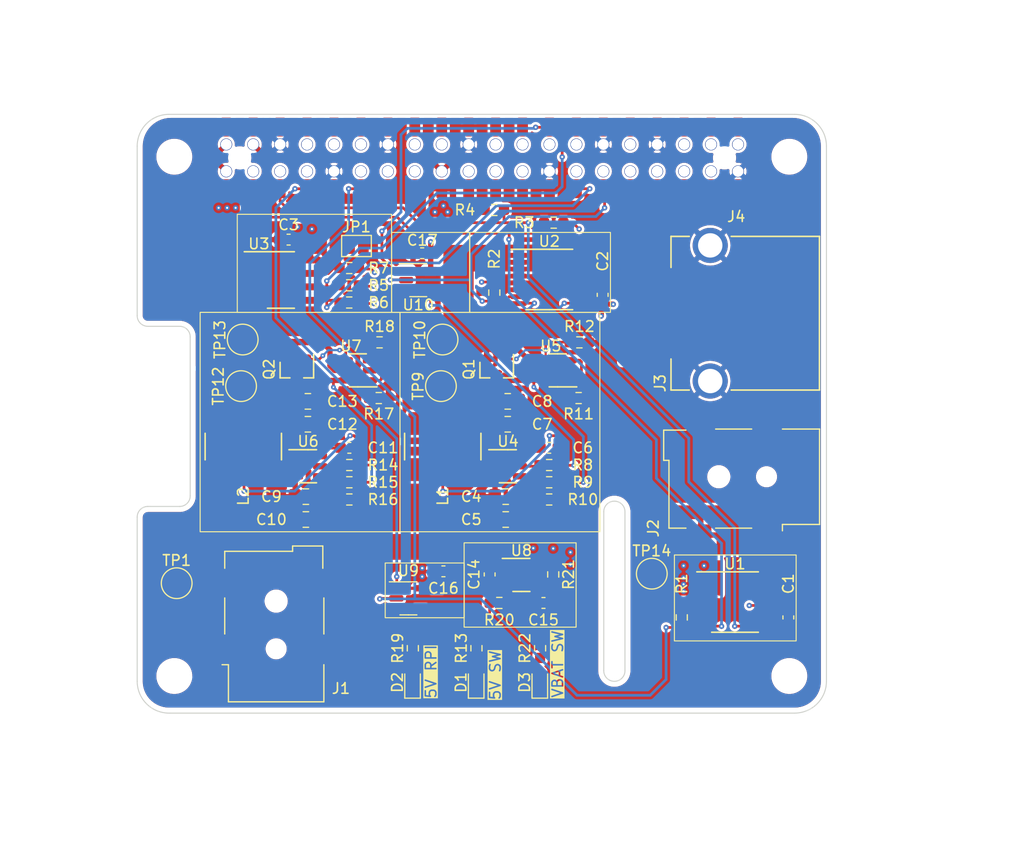
<source format=kicad_pcb>
(kicad_pcb (version 20240108) (generator "pcbnew") (generator_version "8.0")
  (layers (0 "F.Cu" signal) (1 "In1.Cu" signal) (2 "In2.Cu" signal) (31 "B.Cu" signal) (34 "B.Paste" user) (35 "F.Paste" user) (36 "B.SilkS" user "B.Silkscreen") (37 "F.SilkS" user "F.Silkscreen") (38 "B.Mask" user) (39 "F.Mask" user) (44 "Edge.Cuts" user))
  (net 0 "")
  (net 1 "GND")
  (net 2 "/+3V3")
  (net 3 "/+VBAT")
  (net 4 "Net-(U4-SW)")
  (net 5 "Net-(U4-VBST)")
  (net 6 "Net-(Q1-D)")
  (net 7 "Net-(U6-VBST)")
  (net 8 "Net-(U6-SW)")
  (net 9 "Net-(Q2-D)")
  (net 10 "Net-(U8-CT)")
  (net 11 "Net-(D1-A)")
  (net 12 "Net-(D2-A)")
  (net 13 "Net-(D3-A)")
  (net 14 "/current_sensor_VBAT/+VCC_OUT")
  (net 15 "/current_sensor_5V/+VCC_OUT")
  (net 18 "/rpi/SCLK_SPI0{slash}GPIO11")
  (net 19 "/rpi/GPIO22{slash}SDIO_CLK")
  (net 20 "/rpi/GPCLK2{slash}GPIO06")
  (net 21 "/INA_SDA")
  (net 22 "/rpi/GPIO13{slash}PWM1")
  (net 23 "/rpi/GPIO23{slash}SDIO_CMD")
  (net 24 "/rpi/GPIO18{slash}SPI1_CE0")
  (net 25 "/rpi/ENA_VBAT_SW")
  (net 26 "/rpi/INA_VBAT_ALERT")
  (net 27 "/rpi/CE0_SPI0{slash}GPIO08")
  (net 28 "/rpi/GPIO26{slash}SDIO_DAT2")
  (net 29 "/rpi/GPIO14{slash}UART_TXD")
  (net 30 "/rpi/ID_SC_I2C0")
  (net 31 "/rpi/GPIO18{slash}SPI1_CE0_1")
  (net 32 "/rpi/GPIO14{slash}UART_TXD_1")
  (net 33 "/rpi/INA_5V_ALERT")
  (net 34 "/rpi/GPIO24{slash}SDIO_DAT0")
  (net 35 "/rpi/ENA_5V_SW")
  (net 36 "/rpi/GPIO16{slash}SP1_CE2")
  (net 37 "/rpi/GPCLK2{slash}GPIO06_1")
  (net 38 "/rpi/GPIO19{slash}SPI1_MISO")
  (net 39 "/rpi/GPIO16{slash}SP1_CE2_1")
  (net 40 "/rpi/GPIO12{slash}PWM0")
  (net 41 "/rpi/MOSI_SPI0{slash}GPIO10")
  (net 42 "/rpi/GPIO23{slash}SDIO_CMD_1")
  (net 43 "/rpi/GPIO19{slash}SPI1_MISO_1")
  (net 44 "/rpi/GPIO27{slash}SDIO_DAT3")
  (net 45 "/rpi/+5V_RPI")
  (net 46 "/rpi/ID_SD_I2C0")
  (net 47 "/rpi/GPIO24{slash}SDIO_DAT0_1")
  (net 48 "/rpi/GPIO25{slash}SDIO_DAT1")
  (net 49 "/rpi/MOSI_SPI0{slash}GPIO10_1")
  (net 50 "/rpi/GPIO15{slash}UART_RXD")
  (net 51 "/rpi/GPIO20{slash}SPI1_MOSI")
  (net 52 "/rpi/GPIO26{slash}SDIO_DAT2_1")
  (net 53 "/rpi/GPIO21{slash}SPI1_CLK")
  (net 54 "/rpi/GPIO20{slash}SPI1_MOSI_1")
  (net 55 "/rpi/MISO_SPI0{slash}GPIO09")
  (net 56 "/rpi/GPIO27{slash}SDIO_DAT3_1")
  (net 57 "/rpi/GPIO15{slash}UART_RXD_1")
  (net 58 "/INA_SCL")
  (net 59 "/rpi/SCLK_SPI0{slash}GPIO11_1")
  (net 60 "/rpi/CE0_SPI0{slash}GPIO08_1")
  (net 61 "/rpi/GPIO25{slash}SDIO_DAT1_1")
  (net 62 "/rpi/GPIO22{slash}SDIO_CLK_1")
  (net 63 "/rpi/MISO_SPI0{slash}GPIO09_1")
  (net 64 "/rpi/GPIO13{slash}PWM1_1")
  (net 65 "/rpi/GPIO21{slash}SPI1_CLK_1")
  (net 66 "/rpi/GPIO12{slash}PWM0_1")
  (net 67 "Net-(Q1-G)")
  (net 68 "/current_sensor_5V/+VCC_IN")
  (net 69 "Net-(Q2-G)")
  (net 70 "/and_5v/Y")
  (net 71 "Net-(U4-EN)")
  (net 72 "Net-(U4-VFB)")
  (net 73 "Net-(U5-B1)")
  (net 74 "Net-(U6-EN)")
  (net 75 "Net-(U6-VFB)")
  (net 76 "Net-(U7-B1)")
  (net 77 "Net-(U8-EN{slash}UVLO)")
  (net 78 "/and_vbat/Y")
  (net 79 "Net-(U8-QOD)")
  (net 80 "/current_sensor_VBAT/+VCC_IN")
  (net 83 "Net-(JP1-B)")
  (footprint "Resistor_SMD:R_0603_1608Metric_Pad0.98x0.95mm_HandSolder" (layer "F.Cu") (at 165.74828 104.534121 180)
    (property "Reference" "R9")
    (property "Value" "54.9 kΩ")
  )
  (footprint "Resistor_SMD:R_0603_1608Metric_Pad0.98x0.95mm_HandSolder" (layer "F.Cu") (at 160.574279 78.838321)
    (property "Reference" "R4")
    (property "Value" "1.8 kΩ")
  )
  (footprint "TestPoint:TestPoint_Pad_D2.5mm" (layer "F.Cu") (at 130.619079 114.059121)
    (property "Reference" "TP1")
    (property "Value" "TestPoint")
  )
  (footprint "Capacitor_SMD:C_0805_2012Metric_Pad1.18x1.45mm_HandSolder" (layer "F.Cu") (at 161.648559 105.8892)
    (property "Reference" "C4")
    (property "Value" "22 uF")
  )
  (footprint "Resistor_SMD:R_0603_1608Metric_Pad0.98x0.95mm_HandSolder" (layer "F.Cu") (at 152.889279 120.196521 -90)
    (property "Reference" "R19")
    (property "Value" "560 Ω")
  )
  (footprint "Resistor_SMD:R_0603_1608Metric_Pad0.98x0.95mm_HandSolder" (layer "F.Cu") (at 146.892179 87.572094 180)
    (property "Reference" "R6")
    (property "Value" "3.9 kΩ")
  )
  (footprint "LED_SMD:LED_0603_1608Metric" (layer "F.Cu") (at 152.863879 123.422321 90)
    (property "Reference" "D2")
    (property "Value" "LED")
  )
  (footprint "Resistor_SMD:R_0603_1608Metric_Pad0.98x0.95mm_HandSolder" (layer "F.Cu") (at 178.252079 117.287121 90)
    (property "Reference" "R1")
    (property "Value" "10 kΩ")
  )
  (footprint "Capacitor_SMD:C_0805_2012Metric_Pad1.18x1.45mm_HandSolder" (layer "F.Cu") (at 161.648559 108.0482)
    (property "Reference" "C5")
    (property "Value" "22 uF")
  )
  (footprint "Resistor_SMD:R_0603_1608Metric_Pad0.98x0.95mm_HandSolder" (layer "F.Cu") (at 165.74828 106.159721)
    (property "Reference" "R10")
    (property "Value" "10 kΩ")
  )
  (footprint "Resistor_SMD:R_0603_1608Metric_Pad0.98x0.95mm_HandSolder" (layer "F.Cu") (at 149.752079 91.332921 180)
    (property "Reference" "R18")
    (property "Value" "47 kΩ")
  )
  (footprint "rpi_power_warden_hat:L_6045_6x6x4mm" (layer "F.Cu") (at 136.901479 101.164921 90)
    (property "Reference" "L2")
    (property "Value" "4.7 uH")
  )
  (footprint "rpi_power_warden_hat:SOT-23" (layer "F.Cu") (at 141.951479 93.922521 -90)
    (property "Reference" "Q2")
    (property "Value" "DMG2305UX-7")
  )
  (footprint "TestPoint:TestPoint_Pad_D2.5mm" (layer "F.Cu") (at 155.53848 95.460721 90)
    (property "Reference" "TP9")
    (property "Value" "TestPoint")
  )
  (footprint "Resistor_SMD:R_0603_1608Metric_Pad0.98x0.95mm_HandSolder" (layer "F.Cu") (at 168.52408 96.589121 180)
    (property "Reference" "R11")
    (property "Value" "10 kΩ")
  )
  (footprint "rpi_power_warden_hat:TENSILITY_54-00164" (layer "F.Cu") (at 183.995079 104.014321 90)
    (property "Reference" "J2")
    (property "Value" "54-00164")
  )
  (footprint "rpi_power_warden_hat:SOT-23-6" (layer "F.Cu") (at 161.851759 103.0224)
    (property "Reference" "U4")
    (property "Value" "TPS563200")
  )
  (footprint "Resistor_SMD:R_0603_1608Metric_Pad0.98x0.95mm_HandSolder" (layer "F.Cu") (at 161.046379 115.922721)
    (property "Reference" "R20")
    (property "Value" "0 Ω")
  )
  (footprint "Resistor_SMD:R_0603_1608Metric_Pad0.98x0.95mm_HandSolder" (layer "F.Cu") (at 168.59868 91.332921 180)
    (property "Reference" "R12")
    (property "Value" "47 kΩ")
  )
  (footprint "Capacitor_SMD:C_0805_2012Metric_Pad1.18x1.45mm_HandSolder" (layer "F.Cu") (at 142.992879 99.060521)
    (property "Reference" "C12")
    (property "Value" "22 uF")
  )
  (footprint "rpi_power_warden_hat:TENSILITY_54-00003" (layer "F.Cu") (at 180.936479 88.582921 90)
    (property "Reference" "J3")
    (property "Value" "54-00003")
  )
  (footprint "Resistor_SMD:R_0603_1608Metric_Pad0.98x0.95mm_HandSolder" (layer "F.Cu") (at 160.574279 86.638321 90)
    (property "Reference" "R2")
    (property "Value" "10 kΩ")
  )
  (footprint "rpi_power_warden_hat:SOT-23-6" (layer "F.Cu") (at 143.005158 103.0224)
    (property "Reference" "U6")
    (property "Value" "TPS563200")
  )
  (footprint "rpi_power_warden_hat:SOT-23-6" (layer "F.Cu") (at 163.1294 113.281121)
    (property "Reference" "U8")
    (property "Value" "TPS22810DBVR")
  )
  (footprint "Capacitor_SMD:C_0603_1608Metric_Pad1.08x0.95mm_HandSolder" (layer "F.Cu") (at 165.74828 101.282921)
    (property "Reference" "C6")
    (property "Value" "100 nF")
  )
  (footprint "Capacitor_SMD:C_0603_1608Metric_Pad1.08x0.95mm_HandSolder" (layer "F.Cu") (at 146.901679 101.282921)
    (property "Reference" "C11")
    (property "Value" "100 nF")
  )
  (footprint "Resistor_SMD:R_0603_1608Metric_Pad0.98x0.95mm_HandSolder" (layer "F.Cu") (at 165.74828 102.908521 180)
    (property "Reference" "R8")
    (property "Value" "0 Ω")
  )
  (footprint "Capacitor_SMD:C_0603_1608Metric_Pad1.08x0.95mm_HandSolder" (layer "F.Cu") (at 165.2094 115.922721)
    (property "Reference" "C15")
    (property "Value" "4700 pF")
  )
  (footprint "Capacitor_SMD:C_0805_2012Metric_Pad1.18x1.45mm_HandSolder" (layer "F.Cu") (at 142.992879 96.900921)
    (property "Reference" "C13")
    (property "Value" "22 uF")
  )
  (footprint "TestPoint:TestPoint_Pad_D2.5mm" (layer "F.Cu") (at 155.69088 91.066521 90)
    (property "Reference" "TP10")
    (property "Value" "TestPoint")
  )
  (footprint "TestPoint:TestPoint_Pad_D2.5mm" (layer "F.Cu") (at 175.424679 113.160721)
    (property "Reference" "TP14")
    (property "Value" "TestPoint")
  )
  (footprint "LED_SMD:LED_0603_1608Metric" (layer "F.Cu") (at 164.863879 123.422321 90)
    (property "Reference" "D3")
    (property "Value" "LED")
  )
  (footprint "rpi_power_warden_hat:L_6045_6x6x4mm" (layer "F.Cu") (at 155.711759 101.164921 90)
    (property "Reference" "L1")
    (property "Value" "4.7 uH")
  )
  (footprint "Resistor_SMD:R_0603_1608Metric_Pad0.98x0.95mm_HandSolder" (layer "F.Cu") (at 166.174279 80.038321 180)
    (property "Reference" "R3")
    (property "Value" "1.8 kΩ")
  )
  (footprint "Jumper:SolderJumper-2_P1.3mm_Open_Pad1.0x1.5mm" (layer "F.Cu") (at 147.574279 82.238321 180)
    (property "Reference" "JP1")
    (property "Value" "SolderJumper_2_Open")
  )
  (footprint "Resistor_SMD:R_0603_1608Metric_Pad0.98x0.95mm_HandSolder" (layer "F.Cu") (at 166.1294 113.231121 90)
    (property "Reference" "R21")
    (property "Value" "160 Ω")
  )
  (footprint "TestPoint:TestPoint_Pad_D2.5mm" (layer "F.Cu") (at 136.844279 91.066521 90)
    (property "Reference" "TP13")
    (property "Value" "TestPoint")
  )
  (footprint "LED_SMD:LED_0603_1608Metric" (layer "F.Cu") (at 158.863879 123.422321 90)
    (property "Reference" "D1")
    (property "Value" "LED")
  )
  (footprint "rpi_power_warden_hat:rpi_hat_smt" (layer "F.Cu") (at 159.395599 73.817001)
    (property "Reference" "J4")
    (property "Value" "Raspberry Pi SMT connector")
    (fp_line (start -32.5 -1) (end -32.5 15) (stroke (width 0.1)) (layer "Edge.Cuts"))
    (fp_line (start -32.5 34) (end -32.5 49.5) (stroke (width 0.1)) (layer "Edge.Cuts"))
    (fp_line (start -31.5 16) (end -28.5 16) (stroke (width 0.1)) (layer "Edge.Cuts"))
    (fp_line (start -31.5 33) (end -28.5 33) (stroke (width 0.1)) (layer "Edge.Cuts"))
    (fp_line (start -29.5 -4) (end 29.5 -4) (stroke (width 0.1)) (layer "Edge.Cuts"))
    (fp_line (start -29.5 52.5) (end 29.5 52.5) (stroke (width 0.1)) (layer "Edge.Cuts"))
    (fp_line (start -27.5 17) (end -27.5 32) (stroke (width 0.1)) (layer "Edge.Cuts"))
    (fp_line (start 11.5 48.5) (end 11.5 33.5) (stroke (width 0.1)) (layer "Edge.Cuts"))
    (fp_line (start 13.5 48.5) (end 13.5 33.5) (stroke (width 0.1)) (layer "Edge.Cuts"))
    (fp_line (start 32.5 -1) (end 32.5 49.5) (stroke (width 0.1)) (layer "Edge.Cuts"))
    (fp_arc (start -32.5 -1) (mid -31.62132 -3.12132) (end -29.5 -4) (stroke (width 0.1)) (layer "Edge.Cuts"))
    (fp_arc (start -32.5 34) (mid -32.207107 33.292893) (end -31.5 33) (stroke (width 0.1)) (layer "Edge.Cuts"))
    (fp_arc (start -31.5 16) (mid -32.207107 15.707107) (end -32.5 15) (stroke (width 0.1)) (layer "Edge.Cuts"))
    (fp_arc (start -29.5 52.5) (mid -31.62132 51.62132) (end -32.5 49.5) (stroke (width 0.1)) (layer "Edge.Cuts"))
    (fp_arc (start -28.5 16) (mid -27.792893 16.292893) (end -27.5 17) (stroke (width 0.1)) (layer "Edge.Cuts"))
    (fp_arc (start -27.5 32) (mid -27.792893 32.707107) (end -28.5 33) (stroke (width 0.1)) (layer "Edge.Cuts"))
    (fp_arc (start 11.5 33.5) (mid 12.5 32.5) (end 13.5 33.5) (stroke (width 0.1)) (layer "Edge.Cuts"))
    (fp_arc (start 13.5 48.5) (mid 12.5 49.5) (end 11.5 48.5) (stroke (width 0.1)) (layer "Edge.Cuts"))
    (fp_arc (start 29.5 -4) (mid 31.62132 -3.12132) (end 32.5 -1) (stroke (width 0.1)) (layer "Edge.Cuts"))
    (fp_arc (start 32.5 49.5) (mid 31.62132 51.62132) (end 29.5 52.5) (stroke (width 0.1)) (layer "Edge.Cuts"))
  )
  (footprint "Capacitor_SMD:C_0603_1608Metric_Pad1.08x0.95mm_HandSolder" (layer "F.Cu") (at 170.79108 86.849721 90)
    (property "Reference" "C2")
    (property "Value" "100 nF")
  )
  (footprint "rpi_power_warden_hat:SOT-23-6" (layer "F.Cu") (at 147.701279 93.973321 180)
    (property "Reference" "U7")
    (property "Value" "DMMT5401-7-F")
  )
  (footprint "Resistor_SMD:R_0603_1608Metric_Pad0.98x0.95mm_HandSolder" (layer "F.Cu") (at 164.889279 120.196521 -90)
    (property "Reference" "R22")
    (property "Value" "430 Ω")
  )
  (footprint "Resistor_SMD:R_0603_1608Metric_Pad0.98x0.95mm_HandSolder" (layer "F.Cu") (at 146.901679 106.159721)
    (property "Reference" "R16")
    (property "Value" "10 kΩ")
  )
  (footprint "Resistor_SMD:R_0603_1608Metric_Pad0.98x0.95mm_HandSolder" (layer "F.Cu") (at 158.889279 120.196521 -90)
    (property "Reference" "R13")
    (property "Value" "560 Ω")
  )
  (footprint "Capacitor_SMD:C_0805_2012Metric_Pad1.18x1.45mm_HandSolder" (layer "F.Cu") (at 161.83948 99.060521)
    (property "Reference" "C7")
    (property "Value" "22 uF")
  )
  (footprint "Capacitor_SMD:C_0805_2012Metric_Pad1.18x1.45mm_HandSolder" (layer "F.Cu") (at 161.83948 96.900921)
    (property "Reference" "C8")
    (property "Value" "22 uF")
  )
  (footprint "Capacitor_SMD:C_0603_1608Metric_Pad1.08x0.95mm_HandSolder" (layer "F.Cu") (at 155.774279 112.938321 180)
    (property "Reference" "C16")
    (property "Value" "100 nF")
  )
  (footprint "Resistor_SMD:R_0603_1608Metric_Pad0.98x0.95mm_HandSolder" (layer "F.Cu") (at 146.901679 104.534121 180)
    (property "Reference" "R15")
    (property "Value" "54.9 kΩ")
  )
  (footprint "Capacitor_SMD:C_0603_1608Metric_Pad1.08x0.95mm_HandSolder" (layer "F.Cu") (at 141.174279 81.638321 180)
    (property "Reference" "C3")
    (property "Value" "100 nF")
  )
  (footprint "rpi_power_warden_hat:SOIC-8" (layer "F.Cu") (at 140.448079 85.446494 -90)
    (property "Reference" "U3")
    (property "Value" "CAT24C32WI-GT3" (hide yes))
  )
  (footprint "Resistor_SMD:R_0603_1608Metric_Pad0.98x0.95mm_HandSolder" (layer "F.Cu") (at 146.892179 85.946094 180)
    (property "Reference" "R5")
    (property "Value" "3.9 kΩ")
  )
  (footprint "Capacitor_SMD:C_0603_1608Metric_Pad1.08x0.95mm_HandSolder" (layer "F.Cu") (at 160.133879 113.231121 -90)
    (property "Reference" "C14")
    (property "Value" "1 uF")
  )
  (footprint "Resistor_SMD:R_0603_1608Metric_Pad0.98x0.95mm_HandSolder" (layer "F.Cu") (at 146.901679 102.908521 180)
    (property "Reference" "R14")
    (property "Value" "0 Ω")
  )
  (footprint "Resistor_SMD:R_0603_1608Metric_Pad0.98x0.95mm_HandSolder" (layer "F.Cu") (at 149.677479 96.589121 180)
    (property "Reference" "R17")
    (property "Value" "10 kΩ")
  )
  (footprint "rpi_power_warden_hat:TENSILITY_54-00164" (layer "F.Cu") (at 140 118)
    (property "Reference" "J1")
    (property "Value" "54-00164")
  )
  (footprint "rpi_power_warden_hat:SOT-23-5" (layer "F.Cu") (at 153.400479 85.458721)
    (property "Reference" "U10")
    (property "Value" "SN74AHC1G08DBVR")
  )
  (footprint "Capacitor_SMD:C_0603_1608Metric_Pad1.08x0.95mm_HandSolder" (layer "F.Cu") (at 188.303879 117.287121 90)
    (property "Reference" "C1")
    (property "Value" "100 nF")
  )
  (footprint "Capacitor_SMD:C_0805_2012Metric_Pad1.18x1.45mm_HandSolder" (layer "F.Cu") (at 142.801958 105.8892)
    (property "Reference" "C9")
    (property "Value" "22 uF")
  )
  (footprint "Capacitor_SMD:C_0603_1608Metric_Pad1.08x0.95mm_HandSolder" (layer "F.Cu") (at 153.771458 82.924194)
    (property "Reference" "C17")
    (property "Value" "100 nF")
  )
  (footprint "rpi_power_warden_hat:TSSOP-16_4.4x5mm_P0.65mm" (layer "F.Cu") (at 183.273279 115.837121)
    (property "Reference" "U1")
    (property "Value" "INA260")
  )
  (footprint "rpi_power_warden_hat:SOT-23-6" (layer "F.Cu") (at 166.54788 93.973321 180)
    (property "Reference" "U5")
    (property "Value" "DMMT5401-7-F")
  )
  (footprint "rpi_power_warden_hat:SOT-23-5" (layer "F.Cu") (at 152.470906 115.488275)
    (property "Reference" "U9")
    (property "Value" "SN74AHC1G08DBVR")
  )
  (footprint "Capacitor_SMD:C_0805_2012Metric_Pad1.18x1.45mm_HandSolder" (layer "F.Cu") (at 142.801958 108.0482)
    (property "Reference" "C10")
    (property "Value" "22 uF")
  )
  (footprint "TestPoint:TestPoint_Pad_D2.5mm" (layer "F.Cu") (at 136.691879 95.460721 90)
    (property "Reference" "TP12")
    (property "Value" "TestPoint")
  )
  (footprint "rpi_power_warden_hat:TSSOP-16_4.4x5mm_P0.65mm" (layer "F.Cu") (at 165.76048 85.399721)
    (property "Reference" "U2")
    (property "Value" "INA260")
  )
  (footprint "Resistor_SMD:R_0603_1608Metric_Pad0.98x0.95mm_HandSolder" (layer "F.Cu") (at 146.892179 84.320094 180)
    (property "Reference" "R7")
    (property "Value" "1 kΩ")
  )
  (footprint "rpi_power_warden_hat:SOT-23" (layer "F.Cu") (at 160.79808 93.922521 -90)
    (property "Reference" "Q1")
    (property "Value" "DMG2305UX-7")
  )
  (gr_rect (start 132.832678 88.501121) (end 151.679479 109.203921) (stroke (width 0.1)) (fill none) (layer "F.SilkS"))
  (gr_rect (start 158.24548 80.957321) (end 171.52628 88.501121) (stroke (width 0.1)) (fill none) (layer "F.SilkS"))
  (gr_rect (start 136.333279 79.248894) (end 150.879479 88.501121) (stroke (width 0.1)) (fill none) (layer "F.SilkS"))
  (gr_rect (start 150.285306 112.150996) (end 157.727506 117.316948) (stroke (width 0.1)) (fill none) (layer "F.SilkS"))
  (gr_rect (start 177.558279 111.3948) (end 189.039079 119.504027) (stroke (width 0.1)) (fill none) (layer "F.SilkS"))
  (gr_rect (start 151.679479 88.501121) (end 170.52628 109.203921) (stroke (width 0.1)) (fill none) (layer "F.SilkS"))
  (gr_rect (start 157.727506 110.249121) (end 168.287279 118.205948) (stroke (width 0.1)) (fill none) (layer "F.SilkS"))
  (gr_rect (start 150.891279 80.957321) (end 158.257279 88.501121) (stroke (width 0.1)) (fill none) (layer "F.SilkS"))
  (gr_text "5V RPI" (at 155.195079 125.022521 90) (layer "F.SilkS" knockout) (effects (font (size 1 1)) (justify left bottom)))
  (gr_text "5V SW" (at 161.251479 125.174921 90) (layer "F.SilkS" knockout) (effects (font (size 1 1)) (justify left bottom)))
  (gr_text "VBAT SW" (at 167.138679 124.946321 90) (layer "F.SilkS" knockout) (effects (font (size 1 1)) (justify left bottom)))
  (segment (start 170.665186 87.726338) (end 171.774485 87.726338) (width 0.5) (layer "F.Cu") (net 2))
  (segment (start 156.774279 79.038321) (end 156.974279 78.838321) (width 0.254) (layer "F.Cu") (net 2))
  (segment (start 147.912452 84.412321) (end 148.963825 84.412321) (width 0.254) (layer "F.Cu") (net 2))
  (segment (start 147.896906 86.038321) (end 147.804679 85.946094) (width 0.254) (layer "F.Cu") (net 2))
  (segment (start 170.661779 87.725821) (end 170.661779 88.83512) (width 0.5) (layer "F.Cu") (net 2))
  (segment (start 147.912452 87.664321) (end 149.215825 87.664321) (width 0.254) (layer "F.Cu") (net 2))
  (segment (start 178.252079 116.374621) (end 178.464579 116.162121) (width 0.254) (layer "F.Cu") (net 2))
  (segment (start 154.574279 84.503028) (end 154.574279 83.173614) (width 0.5) (layer "F.Cu") (net 2))
  (segment (start 178.464579 116.162121) (end 180.373279 116.162121) (width 0.254) (layer "F.Cu") (net 2))
  (segment (start 154.57949 82.998346) (end 154.57949 81.959799) (width 0.5) (layer "F.Cu") (net 2))
  (segment (start 169.974279 87.038321) (end 170.661779 87.725821) (width 0.4) (layer "F.Cu") (net 2))
  (segment (start 167.974279 80.038321) (end 167.086779 80.038321) (width 0.254) (layer "F.Cu") (net 2))
  (segment (start 159.374279 85.638321) (end 160.51778 85.638321) (width 0.254) (layer "F.Cu") (net 2))
  (segment (start 168.531179 87.038321) (end 169.974279 87.038321) (width 0.4) (layer "F.Cu") (net 2))
  (segment (start 156.174279 79.038321) (end 156.774279 79.038321) (width 0.254) (layer "F.Cu") (net 2))
  (segment (start 149.174279 86.038321) (end 147.896906 86.038321) (width 0.254) (layer "F.Cu") (net 2))
  (segment (start 160.34078 86.035721) (end 160.43928 85.937221) (width 0.254) (layer "F.Cu") (net 2))
  (segment (start 156.974279 78.838321) (end 159.661779 78.838321) (width 0.254) (layer "F.Cu") (net 2))
  (segment (start 168.574279 80.638321) (end 167.974279 80.038321) (width 0.254) (layer "F.Cu") (net 2))
  (segment (start 148.963825 84.412321) (end 149.282052 84.730548) (width 0.254) (layer "F.Cu") (net 2))
  (via (at 171.791286 87.743139) (size 0.5) (drill 0.2) (layers "F.Cu" "B.Cu") (net 2))
  (via (at 143.374279 80.638321) (size 0.5) (drill 0.2) (layers "F.Cu" "B.Cu") (net 2))
  (via (at 149.174279 86.038321) (size 0.5) (drill 0.2) (layers "F.Cu" "B.Cu") (net 2))
  (via (at 168.574279 80.638321) (size 0.5) (drill 0.2) (layers "F.Cu" "B.Cu") (net 2))
  (via (at 154.974279 79.038321) (size 0.5) (drill 0.2) (layers "F.Cu" "B.Cu") (net 2))
  (via (at 170.644978 88.851921) (size 0.5) (drill 0.2) (layers "F.Cu" "B.Cu") (net 2))
  (via (at 153.774279 112.638321) (size 0.5) (drill 0.2) (layers "F.Cu" "B.Cu") (net 2))
  (via (at 149.215825 87.664321) (size 0.5) (drill 0.2) (layers "F.Cu" "B.Cu") (net 2))
  (via (at 134.574279 78.638321) (size 0.5) (drill 0.2) (layers "F.Cu" "B.Cu") (net 2))
  (via (at 136.174279 78.638321) (size 0.5) (drill 0.2) (layers "F.Cu" "B.Cu") (net 2))
  (via (at 154.574279 81.838321) (size 0.5) (drill 0.2) (layers "F.Cu" "B.Cu") (net 2))
  (via (at 155.774279 78.438321) (size 0.5) (drill 0.2) (layers "F.Cu" "B.Cu") (net 2))
  (via (at 156.174279 79.038321) (size 0.5) (drill 0.2) (layers "F.Cu" "B.Cu") (net 2))
  (via (at 153.774279 112.638321) (size 0.5) (drill 0.2) (layers "F.Cu" "B.Cu") (net 2))
  (via (at 135.374279 78.638321) (size 0.5) (drill 0.2) (layers "F.Cu" "B.Cu") (net 2))
  (via (at 142.022585 80.448087) (size 0.5) (drill 0.2) (layers "F.Cu" "B.Cu") (net 2))
  (via (at 153.774279 113.438321) (size 0.5) (drill 0.2) (layers "F.Cu" "B.Cu") (net 2))
  (via (at 149.282052 84.730548) (size 0.5) (drill 0.2) (layers "F.Cu" "B.Cu") (net 2))
  (via (at 159.374279 85.638321) (size 0.5) (drill 0.2) (layers "F.Cu" "B.Cu") (net 2))
  (segment (start 141.870158 103.9724) (end 141.795079 104.047479) (width 0.5) (layer "F.Cu") (net 3))
  (segment (start 147.814179 102.908521) (end 149.344479 102.908521) (width 0.254) (layer "F.Cu") (net 3))
  (segment (start 141.795079 104.047479) (end 141.795079 105.558579) (width 0.5) (layer "F.Cu") (net 3))
  (segment (start 149.874279 103.438321) (end 149.874279 110.038321) (width 0.254) (layer "F.Cu") (net 3))
  (segment (start 141.795079 105.558579) (end 141.464458 105.8892) (width 0.5) (layer "F.Cu") (net 3))
  (segment (start 149.344479 102.908521) (end 149.874279 103.438321) (width 0.254) (layer "F.Cu") (net 3))
  (segment (start 160.311059 104.0781) (end 160.416759 103.9724) (width 0.254) (layer "F.Cu") (net 3))
  (segment (start 160.641879 105.973071) (end 160.641879 104.161971) (width 0.5) (layer "F.Cu") (net 3))
  (segment (start 160.568637 103.035521) (end 155.917479 103.035521) (width 0.5) (layer "F.Cu") (net 4))
  (segment (start 166.585479 101.336171) (end 166.585479 100.438321) (width 0.254) (layer "F.Cu") (net 4))
  (segment (start 166.289529 100.142371) (end 166.585479 100.438321) (width 0.254) (layer "F.Cu") (net 4))
  (segment (start 155.714279 105.360721) (end 155.714279 103.441921) (width 0.254) (layer "F.Cu") (net 4))
  (segment (start 165.774279 100.142371) (end 166.289529 100.142371) (width 0.254) (layer "F.Cu") (net 4))
  (via (at 155.726279 105.372721) (size 0.5) (drill 0.2) (layers "F.Cu" "B.Cu") (net 4))
  (via (at 165.774279 100.142371) (size 0.5) (drill 0.2) (layers "F.Cu" "B.Cu") (net 4))
  (segment (start 161.403479 105.372721) (end 155.624679 105.372721) (width 0.254) (layer "B.Cu") (net 4))
  (segment (start 165.774279 101.001921) (end 161.403479 105.372721) (width 0.254) (layer "B.Cu") (net 4))
  (segment (start 165.774279 100.142371) (end 165.774279 101.001921) (width 0.254) (layer "B.Cu") (net 4))
  (segment (start 162.686759 102.0724) (end 162.686759 101.524041) (width 0.254) (layer "F.Cu") (net 5))
  (segment (start 162.686759 101.524041) (end 162.927879 101.282921) (width 0.254) (layer "F.Cu") (net 5))
  (segment (start 162.927879 101.282921) (end 164.58578 101.282921) (width 0.254) (layer "F.Cu") (net 5))
  (segment (start 164.349479 94.907521) (end 161.255479 94.907521) (width 0.5) (layer "F.Cu") (net 6))
  (segment (start 168.973079 104.559521) (end 166.382279 104.559521) (width 0.254) (layer "F.Cu") (net 6))
  (segment (start 165.569479 94.907521) (end 164.349479 94.907521) (width 0.5) (layer "F.Cu") (net 6))
  (segment (start 164.299479 95.552121) (end 164.299479 94.958321) (width 0.254) (layer "F.Cu") (net 6))
  (via (at 168.973079 104.559521) (size 0.45) (drill 0.15) (layers "F.Cu" "B.Cu") (net 6))
  (via (at 164.299479 95.552121) (size 0.45) (drill 0.15) (layers "F.Cu" "B.Cu") (net 6))
  (segment (start 168.973079 104.559521) (end 168.973079 100.225721) (width 0.254) (layer "B.Cu") (net 6))
  (segment (start 168.973079 100.225721) (end 164.299479 95.552121) (width 0.254) (layer "B.Cu") (net 6))
  (segment (start 144.140158 102.0724) (end 144.140158 101.498442) (width 0.254) (layer "F.Cu") (net 7))
  (segment (start 144.330279 101.308321) (end 146.013779 101.308321) (width 0.254) (layer "F.Cu") (net 7))
  (segment (start 144.140158 101.498442) (end 144.330279 101.308321) (width 0.254) (layer "F.Cu") (net 7))
  (segment (start 146.013779 101.308321) (end 146.039179 101.282921) (width 0.254) (layer "F.Cu") (net 7))
  (segment (start 136.919 103.0224) (end 136.601479 103.339921) (width 0.254) (layer "F.Cu") (net 8))
  (segment (start 147.738679 101.282921) (end 147.738679 100.538321) (width 0.254) (layer "F.Cu") (net 8))
  (segment (start 141.570158 103.0224) (end 136.919 103.0224) (width 0.5) (layer "F.Cu") (net 8))
  (segment (start 147.338679 100.138321) (end 147.738679 100.538321) (width 0.254) (layer "F.Cu") (net 8))
  (segment (start 136.969079 105.360721) (end 136.969079 103.441921) (width 0.254) (layer "F.Cu") (net 8))
  (segment (start 146.974279 100.138321) (end 147.338679 100.138321) (width 0.254) (layer "F.Cu") (net 8))
  (via (at 146.974279 100.138321) (size 0.5) (drill 0.2) (layers "F.Cu" "B.Cu") (net 8))
  (via (at 136.981079 105.372721) (size 0.5) (drill 0.2) (layers "F.Cu" "B.Cu") (net 8))
  (segment (start 141.739879 105.372721) (end 136.981079 105.372721) (width 0.254) (layer "B.Cu") (net 8))
  (segment (start 146.974279 100.138321) (end 141.739879 105.372721) (width 0.254) (layer "B.Cu") (net 8))
  (segment (start 144.995479 94.974121) (end 145.046279 94.923321) (width 0.254) (layer "F.Cu") (net 9))
  (segment (start 147.514179 104.534121) (end 149.008679 104.534121) (width 0.254) (layer "F.Cu") (net 9))
  (segment (start 145.046279 94.923321) (end 141.952279 94.923321) (width 0.5) (layer "F.Cu") (net 9))
  (segment (start 149.008679 104.534121) (end 148.983279 104.559521) (width 0.254) (layer "F.Cu") (net 9))
  (segment (start 141.952279 94.923321) (end 141.951479 94.922521) (width 0.5) (layer "F.Cu") (net 9))
  (segment (start 145.401879 95.567921) (end 145.401879 94.974121) (width 0.254) (layer "F.Cu") (net 9))
  (segment (start 146.266279 94.923321) (end 145.046279 94.923321) (width 0.5) (layer "F.Cu") (net 9))
  (via (at 149.008679 104.534121) (size 0.45) (drill 0.15) (layers "F.Cu" "B.Cu") (net 9))
  (via (at 145.401879 95.567921) (size 0.45) (drill 0.15) (layers "F.Cu" "B.Cu") (net 9))
  (segment (start 149.008679 99.172721) (end 149.008679 104.534121) (width 0.254) (layer "B.Cu") (net 9))
  (segment (start 145.401879 95.567921) (end 145.403879 95.567921) (width 0.254) (layer "B.Cu") (net 9))
  (segment (start 145.403879 95.567921) (end 149.008679 99.172721) (width 0.254) (layer "B.Cu") (net 9))
  (segment (start 164.2644 115.840221) (end 164.3469 115.922721) (width 0.17) (layer "F.Cu") (net 10))
  (segment (start 164.2644 114.231121) (end 164.2644 115.840221) (width 0.254) (layer "F.Cu") (net 10))
  (segment (start 161.974279 81.598586) (end 161.953432 81.619433) (width 0.254) (layer "F.Cu") (net 21))
  (segment (start 164.857017 81.038321) (end 165.015648 80.87969) (width 0.254) (layer "F.Cu") (net 21))
  (segment (start 165.261779 80.633559) (end 165.261779 80.038321) (width 0.254) (layer "F.Cu") (net 21))
  (segment (start 152.945252 81.038321) (end 151.429252 79.522321) (width 0.254) (layer "F.Cu") (net 21))
  (segment (start 161.974279 81.038321) (end 164.857017 81.038321) (width 0.254) (layer "F.Cu") (net 21))
  (segment (start 157.974279 81.038321) (end 152.945252 81.038321) (width 0.254) (layer "F.Cu") (net 21))
  (segment (start 162.802379 87.638321) (end 164.346178 87.638321) (width 0.254) (layer "F.Cu") (net 21))
  (segment (start 180.373279 118.112121) (end 181.992279 118.112121) (width 0.254) (layer "F.Cu") (net 21))
  (segment (start 165.015648 80.87969) (end 165.261779 80.633559) (width 0.254) (layer "F.Cu") (net 21))
  (segment (start 139.058279 79.522321) (end 137.835599 78.299641) (width 0.254) (layer "F.Cu") (net 21))
  (segment (start 151.429252 79.522321) (end 139.058279 79.522321) (width 0.254) (layer "F.Cu") (net 21))
  (segment (start 157.974279 81.038321) (end 161.974279 81.038321) (width 0.254) (layer "F.Cu") (net 21))
  (segment (start 181.992279 118.112121) (end 182.003279 118.123121) (width 0.254) (layer "F.Cu") (net 21))
  (segment (start 161.974279 81.038321) (end 161.974279 81.598586) (width 0.254) (layer "F.Cu") (net 21))
  (segment (start 137.835599 78.299641) (end 137.835599 76.835001) (width 0.254) (layer "F.Cu") (net 21))
  (segment (start 163.410479 87.668521) (end 163.404279 87.674721) (width 0.254) (layer "F.Cu") (net 21))
  (via (at 164.352378 87.632121) (size 0.5) (drill 0.2) (layers "F.Cu" "B.Cu") (net 21))
  (via (at 161.953432 81.619433) (size 0.5) (drill 0.2) (layers "F.Cu" "B.Cu") (net 21))
  (via (at 182.003279 118.123121) (size 0.5) (drill 0.2) (layers "F.Cu" "B.Cu") (net 21))
  (segment (start 161.974279 81.64028) (end 161.974279 86.638321) (width 0.254) (layer "B.Cu") (net 21))
  (segment (start 175.856479 100.520521) (end 175.856479 104.153121) (width 0.254) (layer "B.Cu") (net 21))
  (segment (start 164.352378 87.632121) (end 164.352378 87.660222) (width 0.254) (layer "B.Cu") (net 21))
  (segment (start 182.003279 110.299921) (end 182.003279 118.097721) (width 0.254) (layer "B.Cu") (net 21))
  (segment (start 164.352378 87.660222) (end 163.674279 88.338321) (width 0.254) (layer "B.Cu") (net 21))
  (segment (start 175.856479 104.153121) (end 182.003279 110.299921) (width 0.254) (layer "B.Cu") (net 21))
  (segment (start 161.953432 81.619433) (end 161.974279 81.64028) (width 0.254) (layer "B.Cu") (net 21))
  (segment (start 163.674279 88.338321) (end 175.856479 100.520521) (width 0.254) (layer "B.Cu") (net 21))
  (segment (start 161.974279 86.638321) (end 163.674279 88.338321) (width 0.254) (layer "B.Cu") (net 21))
  (segment (start 151.374279 114.538321) (end 151.374279 113.438321) (width 0.254) (layer "F.Cu") (net 25))
  (segment (start 141.774279 76.838321) (end 142.912279 76.838321) (width 0.254) (layer "F.Cu") (net 25))
  (segment (start 142.912279 76.838321) (end 142.915599 76.835001) (width 0.254) (layer "F.Cu") (net 25))
  (via (at 151.374279 113.438321) (size 0.5) (drill 0.2) (layers "F.Cu" "B.Cu") (net 25))
  (via (at 141.774279 76.838321) (size 0.5) (drill 0.2) (layers "F.Cu" "B.Cu") (net 25))
  (segment (start 151.374279 100.425992) (end 151.374279 113.438321) (width 0.254) (layer "B.Cu") (net 25))
  (segment (start 141.774279 76.838321) (end 139.974279 78.638321) (width 0.254) (layer "B.Cu") (net 25))
  (segment (start 139.974279 89.025992) (end 151.374279 100.425992) (width 0.254) (layer "B.Cu") (net 25))
  (segment (start 139.974279 78.638321) (end 139.974279 89.025992) (width 0.254) (layer "B.Cu") (net 25))
  (segment (start 151.333406 115.488275) (end 149.824325 115.488275) (width 0.254) (layer "F.Cu") (net 26))
  (segment (start 149.824325 115.488275) (end 149.774279 115.538321) (width 0.254) (layer "F.Cu") (net 26))
  (segment (start 178.989579 117.462121) (end 178.252079 118.199621) (width 0.254) (layer "F.Cu") (net 26))
  (segment (start 178.213379 118.238321) (end 178.252079 118.199621) (width 0.254) (layer "F.Cu") (net 26))
  (segment (start 176.774279 118.238321) (end 178.213379 118.238321) (width 0.254) (layer "F.Cu") (net 26))
  (segment (start 180.373279 117.462121) (end 178.989579 117.462121) (width 0.254) (layer "F.Cu") (net 26))
  (segment (start 146.836279 76.838321) (end 147.974279 76.838321) (width 0.254) (layer "F.Cu") (net 26))
  (via (at 146.836279 76.838321) (size 0.5) (drill 0.2) (layers "F.Cu" "B.Cu") (net 26))
  (via (at 176.774279 118.238321) (size 0.5) (drill 0.2) (layers "F.Cu" "B.Cu") (net 26))
  (via (at 149.774279 115.538321) (size 0.5) (drill 0.2) (layers "F.Cu" "B.Cu") (net 26))
  (segment (start 146.836279 76.838321) (end 146.836279 80.218493) (width 0.254) (layer "B.Cu") (net 26))
  (segment (start 154.674279 115.538321) (end 153.074279 115.538321) (width 0.254) (layer "B.Cu") (net 26))
  (segment (start 153.074279 98.372648) (end 143.174279 88.472648) (width 0.254) (layer "B.Cu") (net 26))
  (segment (start 143.174279 88.472648) (end 143.174279 83.880492) (width 0.254) (layer "B.Cu") (net 26))
  (segment (start 175.274279 124.638321) (end 168.374279 124.638321) (width 0.254) (layer "B.Cu") (net 26))
  (segment (start 153.074279 115.538321) (end 149.774279 115.538321) (width 0.254) (layer "B.Cu") (net 26))
  (segment (start 176.774279 123.138321) (end 175.274279 124.638321) (width 0.254) (layer "B.Cu") (net 26))
  (segment (start 154.774279 115.538321) (end 154.674279 115.538321) (width 0.254) (layer "B.Cu") (net 26))
  (segment (start 176.774279 118.238321) (end 176.774279 123.138321) (width 0.254) (layer "B.Cu") (net 26))
  (segment (start 153.074279 115.538321) (end 153.074279 98.372648) (width 0.254) (layer "B.Cu") (net 26))
  (segment (start 146.836279 80.218493) (end 146.695365 80.359407) (width 0.254) (layer "B.Cu") (net 26))
  (segment (start 159.274279 115.538321) (end 154.674279 115.538321) (width 0.254) (layer "B.Cu") (net 26))
  (segment (start 168.374279 124.638321) (end 159.274279 115.538321) (width 0.254) (layer "B.Cu") (net 26))
  (segment (start 143.174279 83.880492) (end 146.695365 80.359407) (width 0.254) (layer "B.Cu") (net 26))
  (segment (start 143.248079 86.096494) (end 145.174279 86.096494) (width 0.254) (layer "F.Cu") (net 30))
  (segment (start 144.774279 86.096494) (end 145.174279 86.096494) (width 0.254) (layer "F.Cu") (net 30))
  (segment (start 145.916106 86.096494) (end 146.066506 85.946094) (width 0.254) (layer "F.Cu") (net 30))
  (segment (start 144.774279 86.096494) (end 144.774279 85.738321) (width 0.254) (layer "F.Cu") (net 30))
  (segment (start 167.206516 71.006084) (end 168.306682 71.006084) (width 0.254) (layer "F.Cu") (net 30))
  (segment (start 145.174279 86.096494) (end 145.916106 86.096494) (width 0.254) (layer "F.Cu") (net 30))
  (segment (start 166.974279 71.238321) (end 167.206516 71.006084) (width 0.254) (layer "F.Cu") (net 30))
  (segment (start 166.974279 73.838321) (end 166.974279 71.238321) (width 0.254) (layer "F.Cu") (net 30))
  (segment (start 168.306682 71.006084) (end 168.315599 71.015001) (width 0.254) (layer "F.Cu") (net 30))
  (via (at 144.774279 85.538321) (size 0.5) (drill 0.2) (layers "F.Cu" "B.Cu") (net 30))
  (via (at 166.974279 73.838321) (size 0.5) (drill 0.2) (layers "F.Cu" "B.Cu") (net 30))
  (segment (start 166.374279 77.238321) (end 166.974279 76.638321) (width 0.254) (layer "B.Cu") (net 30))
  (segment (start 149.974279 82.438321) (end 155.174279 77.238321) (width 0.254) (layer "B.Cu") (net 30))
  (segment (start 147.974279 82.438321) (end 149.974279 82.438321) (width 0.254) (layer "B.Cu") (net 30))
  (segment (start 155.174279 77.238321) (end 166.374279 77.238321) (width 0.254) (layer "B.Cu") (net 30))
  (segment (start 144.774279 85.538321) (end 147.874279 82.438321) (width 0.254) (layer "B.Cu") (net 30))
  (segment (start 147.874279 82.438321) (end 147.974279 82.438321) (width 0.254) (layer "B.Cu") (net 30))
  (segment (start 166.974279 76.638321) (end 166.974279 73.838321) (width 0.254) (layer "B.Cu") (net 30))
  (segment (start 159.430778 87.438321) (end 160.574279 87.438321) (width 0.254) (layer "F.Cu") (net 33))
  (segment (start 161.976079 87.024721) (end 161.438579 87.562221) (width 0.254) (layer "F.Cu") (net 33))
  (segment (start 150.774279 85.438321) (end 152.377539 85.438321) (width 0.254) (layer "F.Cu") (net 33))
  (segment (start 170.974279 78.638321) (end 170.974279 76.953681) (width 0.254) (layer "F.Cu") (net 33))
  (segment (start 162.86048 87.024721) (end 161.976079 87.024721) (width 0.254) (layer "F.Cu") (net 33))
  (segment (start 161.438579 87.562221) (end 160.93928 87.562221) (width 0.254) (layer "F.Cu") (net 33))
  (segment (start 170.974279 76.953681) (end 170.855599 76.835001) (width 0.254) (layer "F.Cu") (net 33))
  (via (at 170.974279 78.638321) (size 0.5) (drill 0.2) (layers "F.Cu" "B.Cu") (net 33))
  (via (at 159.430778 87.438321) (size 0.5) (drill 0.2) (layers "F.Cu" "B.Cu") (net 33))
  (via (at 150.774279 85.438321) (size 0.5) (drill 0.2) (layers "F.Cu" "B.Cu") (net 33))
  (segment (start 158.374279 85.438321) (end 153.774279 85.438321) (width 0.254) (layer "B.Cu") (net 33))
  (segment (start 158.374279 83.038321) (end 158.374279 85.438321) (width 0.254) (layer "B.Cu") (net 33))
  (segment (start 170.151279 79.461321) (end 161.951279 79.461321) (width 0.254) (layer "B.Cu") (net 33))
  (segment (start 158.374279 86.381822) (end 159.430778 87.438321) (width 0.254) (layer "B.Cu") (net 33))
  (segment (start 170.974279 78.638321) (end 170.151279 79.461321) (width 0.254) (layer "B.Cu") (net 33))
  (segment (start 161.951279 79.461321) (end 158.374279 83.038321) (width 0.254) (layer "B.Cu") (net 33))
  (segment (start 158.374279 85.438321) (end 158.374279 86.381822) (width 0.254) (layer "B.Cu") (net 33))
  (segment (start 150.774279 85.438321) (end 153.774279 85.438321) (width 0.254) (layer "B.Cu") (net 33))
  (segment (start 164.474279 71.038321) (end 165.752279 71.038321) (width 0.254) (layer "F.Cu") (net 35))
  (segment (start 151.044679 84.508721) (end 152.262979 84.508721) (width 0.254) (layer "F.Cu") (net 35))
  (segment (start 149.974279 80.838321) (end 149.974279 83.438321) (width 0.254) (layer "F.Cu") (net 35))
  (segment (start 165.752279 71.038321) (end 165.775599 71.015001) (width 0.254) (layer "F.Cu") (net 35))
  (segment (start 149.974279 83.438321) (end 151.044679 84.508721) (width 0.254) (layer "F.Cu") (net 35))
  (via (at 164.474279 71.038321) (size 0.5) (drill 0.2) (layers "F.Cu" "B.Cu") (net 35))
  (via (at 149.974279 80.838321) (size 0.5) (drill 0.2) (layers "F.Cu" "B.Cu") (net 35))
  (segment (start 151.774279 79.038321) (end 149.974279 80.838321) (width 0.254) (layer "B.Cu") (net 35))
  (segment (start 152.374279 71.138321) (end 151.774279 71.738321) (width 0.254) (layer "B.Cu") (net 35))
  (segment (start 164.474279 71.038321) (end 164.374279 71.138321) (width 0.254) (layer "B.Cu") (net 35))
  (segment (start 151.774279 71.738321) (end 151.774279 79.038321) (width 0.254) (layer "B.Cu") (net 35))
  (segment (start 164.374279 71.138321) (end 152.374279 71.138321) (width 0.254) (layer "B.Cu") (net 35))
  (segment (start 144.285879 91.249921) (end 141.845879 91.249921) (width 0.5) (layer "F.Cu") (net 45))
  (segment (start 145.074279 92.038321) (end 144.285879 91.249921) (width 0.5) (layer "F.Cu") (net 45))
  (segment (start 145.509279 93.973321) (end 145.074279 93.538321) (width 0.5) (layer "F.Cu") (net 45))
  (segment (start 146.266279 93.973321) (end 145.509279 93.973321) (width 0.5) (layer "F.Cu") (net 45))
  (segment (start 145.074279 93.538321) (end 145.074279 92.038321) (width 0.5) (layer "F.Cu") (net 45))
  (segment (start 145.374279 87.366494) (end 144.774279 87.366494) (width 0.254) (layer "F.Cu") (net 46))
  (segment (start 144.774279 87.366494) (end 144.774279 88.038321) (width 0.254) (layer "F.Cu") (net 46))
  (segment (start 146.108052 87.572094) (end 145.902452 87.366494) (width 0.254) (layer "F.Cu") (net 46))
  (segment (start 145.902452 87.366494) (end 145.374279 87.366494) (width 0.254) (layer "F.Cu") (net 46))
  (segment (start 169.570959 76.835001) (end 168.315599 76.835001) (width 0.254) (layer "F.Cu") (net 46))
  (segment (start 143.248079 87.366494) (end 145.374279 87.366494) (width 0.254) (layer "F.Cu") (net 46))
  (segment (start 169.574279 76.838321) (end 169.570959 76.835001) (width 0.254) (layer "F.Cu") (net 46))
  (via (at 169.574279 76.838321) (size 0.5) (drill 0.2) (layers "F.Cu" "B.Cu") (net 46))
  (via (at 144.774279 88.038321) (size 0.5) (drill 0.2) (layers "F.Cu" "B.Cu") (net 46))
  (segment (start 160.774279 78.438321) (end 155.374279 83.838321) (width 0.254) (layer "B.Cu") (net 46))
  (segment (start 148.974279 83.838321) (end 144.774279 88.038321) (width 0.254) (layer "B.Cu") (net 46))
  (segment (start 167.974279 78.438321) (end 160.774279 78.438321) (width 0.254) (layer "B.Cu") (net 46))
  (segment (start 155.374279 83.838321) (end 148.974279 83.838321) (width 0.254) (layer "B.Cu") (net 46))
  (segment (start 169.574279 76.838321) (end 167.974279 78.438321) (width 0.254) (layer "B.Cu") (net 46))
  (segment (start 151.975599 78.639641) (end 153.374279 80.038321) (width 0.254) (layer "F.Cu") (net 58))
  (segment (start 161.486779 79.950821) (end 161.574279 80.038321) (width 0.254) (layer "F.Cu") (net 58))
  (segment (start 183.258879 118.112121) (end 186.173279 118.112121) (width 0.254) (layer "F.Cu") (net 58))
  (segment (start 161.486779 78.838321) (end 161.486779 79.950821) (width 0.254) (layer "F.Cu") (net 58))
  (segment (start 140.975599 78.639641) (end 151.975599 78.639641) (width 0.254) (layer "F.Cu") (net 58))
  (segment (start 153.374279 80.038321) (end 161.574279 80.038321) (width 0.254) (layer "F.Cu") (net 58))
  (segment (start 140.375599 76.835001) (end 140.375599 78.039641) (width 0.254) (layer "F.Cu") (net 58))
  (segment (start 168.574279 87.638321) (end 167.174279 87.638321) (width 0.254) (layer "F.Cu") (net 58))
  (segment (start 183.247879 118.123121) (end 183.258879 118.112121) (width 0.254) (layer "F.Cu") (net 58))
  (segment (start 140.375599 78.039641) (end 140.975599 78.639641) (width 0.254) (layer "F.Cu") (net 58))
  (segment (start 161.574279 80.038321) (end 163.774279 80.038321) (width 0.254) (layer "F.Cu") (net 58))
  (via (at 167.174279 87.638321) (size 0.5) (drill 0.2) (layers "F.Cu" "B.Cu") (net 58))
  (via (at 183.247879 118.123121) (size 0.5) (drill 0.2) (layers "F.Cu" "B.Cu") (net 58))
  (via (at 163.774279 80.038321) (size 0.5) (drill 0.2) (layers "F.Cu" "B.Cu") (net 58))
  (segment (start 178.910679 104.489521) (end 183.247879 108.826721) (width 0.254) (layer "B.Cu") (net 58))
  (segment (start 166.773397 88.239203) (end 178.910679 100.376484) (width 0.254) (layer "B.Cu") (net 58))
  (segment (start 183.247879 108.826721) (end 183.247879 118.021521) (width 0.254) (layer "B.Cu") (net 58))
  (segment (start 163.774279 80.038321) (end 163.774279 85.240084) (width 0.254) (layer "B.Cu") (net 58))
  (segment (start 178.910679 100.376484) (end 178.910679 104.489521) (width 0.254) (layer "B.Cu") (net 58))
  (segment (start 163.774279 85.240084) (end 166.773397 88.239203) (width 0.254) (layer "B.Cu") (net 58))
  (segment (start 167.174279 87.638321) (end 166.773397 88.039203) (width 0.254) (layer "B.Cu") (net 58))
  (segment (start 161.706079 92.903621) (end 162.65363 92.903621) (width 0.254) (layer "F.Cu") (net 67))
  (segment (start 165.638879 91.310221) (end 165.417079 91.532021) (width 0.254) (layer "F.Cu") (net 67))
  (segment (start 165.417079 91.532021) (end 165.417079 92.040021) (width 0.254) (layer "F.Cu") (net 67))
  (segment (start 165.417079 92.068121) (end 165.417079 93.027921) (width 0.2) (layer "F.Cu") (net 67))
  (segment (start 167.386379 91.310221) (end 165.638879 91.310221) (width 0.254) (layer "F.Cu") (net 67))
  (via (at 162.65363 92.903621) (size 0.45) (drill 0.15) (layers "F.Cu" "B.Cu") (net 67))
  (via (at 165.417079 92.068121) (size 0.45) (drill 0.15) (layers "F.Cu" "B.Cu") (net 67))
  (segment (start 162.65363 92.903621) (end 163.48913 92.068121) (width 0.2) (layer "B.Cu") (net 67))
  (segment (start 163.48913 92.068121) (end 165.417079 92.068121) (width 0.2) (layer "B.Cu") (net 67))
  (segment (start 168.66048 85.724721) (end 165.660679 85.724721) (width 0.3) (layer "F.Cu") (net 68))
  (segment (start 162.001684 91.194425) (end 161.122775 91.194425) (width 0.5) (layer "F.Cu") (net 68))
  (segment (start 163.943079 93.606521) (end 163.943079 93.13582) (width 0.5) (layer "F.Cu") (net 68))
  (segment (start 163.943079 93.13582) (end 162.001684 91.194425) (width 0.5) (layer "F.Cu") (net 68))
  (segment (start 165.660679 85.724721) (end 164.174279 84.238321) (width 0.3) (layer "F.Cu") (net 68))
  (segment (start 165.518679 93.942321) (end 164.278879 93.942321) (width 0.5) (layer "F.Cu") (net 68))
  (segment (start 164.278879 93.942321) (end 163.943079 93.606521) (width 0.5) (layer "F.Cu") (net 68))
  (segment (start 146.566279 92.038321) (end 146.566279 91.686011) (width 0.254) (layer "F.Cu") (net 69))
  (segment (start 146.566279 91.686011) (end 146.919369 91.332921) (width 0.254) (layer "F.Cu") (net 69))
  (segment (start 146.566279 93.023321) (end 146.566279 92.038321) (width 0.254) (layer "F.Cu") (net 69))
  (segment (start 146.919369 91.332921) (end 148.539579 91.332921) (width 0.254) (layer "F.Cu") (net 69))
  (segment (start 145.984142 92.063157) (end 146.008978 92.038321) (width 0.2) (layer "F.Cu") (net 69))
  (segment (start 144.061279 92.926321) (end 142.859279 92.926321) (width 0.254) (layer "F.Cu") (net 69))
  (segment (start 146.265479 93.022521) (end 146.266279 93.023321) (width 0.2) (layer "F.Cu") (net 69))
  (segment (start 144.399279 92.588321) (end 144.061279 92.926321) (width 0.254) (layer "F.Cu") (net 69))
  (segment (start 146.008978 92.038321) (end 146.566279 92.038321) (width 0.2) (layer "F.Cu") (net 69))
  (via (at 144.399279 92.588321) (size 0.45) (drill 0.15) (layers "F.Cu" "B.Cu") (net 69))
  (via (at 145.984142 92.063157) (size 0.45) (drill 0.15) (layers "F.Cu" "B.Cu") (net 69))
  (segment (start 145.984142 92.063157) (end 144.924443 92.063157) (width 0.2) (layer "B.Cu") (net 69))
  (segment (start 144.924443 92.063157) (end 144.399279 92.588321) (width 0.2) (layer "B.Cu") (net 69))
  (segment (start 154.574279 86.369821) (end 154.574279 87.838321) (width 0.254) (layer "F.Cu") (net 70))
  (segment (start 166.382279 102.933921) (end 168.058679 102.933921) (width 0.254) (layer "F.Cu") (net 70))
  (via (at 154.574279 87.838321) (size 0.45) (drill 0.15) (layers "F.Cu" "B.Cu") (net 70))
  (via (at 168.058679 102.933921) (size 0.45) (drill 0.15) (layers "F.Cu" "B.Cu") (net 70))
  (segment (start 155.374279 87.838321) (end 168.058679 100.522721) (width 0.254) (layer "B.Cu") (net 70))
  (segment (start 168.058679 100.522721) (end 168.058679 102.933921) (width 0.254) (layer "B.Cu") (net 70))
  (segment (start 154.574279 87.838321) (end 155.374279 87.838321) (width 0.254) (layer "B.Cu") (net 70))
  (segment (start 162.686759 103.0224) (end 164.421901 103.0224) (width 0.254) (layer "F.Cu") (net 71))
  (segment (start 164.421901 103.0224) (end 164.53578 102.908521) (width 0.254) (layer "F.Cu") (net 71))
  (segment (start 162.686759 103.9724) (end 163.763158 103.9724) (width 0.254) (layer "F.Cu") (net 72))
  (segment (start 164.858279 106.185121) (end 164.858279 104.55662) (width 0.254) (layer "F.Cu") (net 72))
  (segment (start 164.324879 104.534121) (end 164.53578 104.534121) (width 0.254) (layer "F.Cu") (net 72))
  (segment (start 163.763158 103.9724) (end 164.324879 104.534121) (width 0.254) (layer "F.Cu") (net 72))
  (segment (start 164.858279 104.55662) (end 164.83578 104.534121) (width 0.254) (layer "F.Cu") (net 72))
  (segment (start 168.628079 93.007521) (end 167.398279 93.007521) (width 0.254) (layer "F.Cu") (net 73))
  (segment (start 167.68288 96.317821) (end 167.41158 96.589121) (width 0.254) (layer "F.Cu") (net 73))
  (segment (start 168.667679 94.907521) (end 168.785079 94.790121) (width 0.254) (layer "F.Cu") (net 73))
  (segment (start 167.398279 93.957521) (end 168.754079 93.957521) (width 0.254) (layer "F.Cu") (net 73))
  (segment (start 168.785079 93.926521) (end 168.785079 93.164521) (width 0.254) (layer "F.Cu") (net 73))
  (segment (start 167.398279 94.907521) (end 168.667679 94.907521) (width 0.254) (layer "F.Cu") (net 73))
  (segment (start 167.68288 94.923321) (end 167.68288 96.317821) (width 0.254) (layer "F.Cu") (net 73))
  (segment (start 168.785079 94.790121) (end 168.785079 93.926521) (width 0.254) (layer "F.Cu") (net 73))
  (segment (start 168.785079 93.164521) (end 168.628079 93.007521) (width 0.254) (layer "F.Cu") (net 73))
  (segment (start 145.5753 103.0224) (end 145.689179 102.908521) (width 0.254) (layer "F.Cu") (net 74))
  (segment (start 143.840158 103.0224) (end 145.5753 103.0224) (width 0.254) (layer "F.Cu") (net 74))
  (segment (start 146.011479 104.534121) (end 146.011479 105.837421) (width 0.254) (layer "F.Cu") (net 75))
  (segment (start 143.840158 103.9724) (end 144.560758 103.9724) (width 0.254) (layer "F.Cu") (net 75))
  (segment (start 145.122479 104.534121) (end 146.011479 104.534121) (width 0.254) (layer "F.Cu") (net 75))
  (segment (start 146.011479 105.837421) (end 145.689179 106.159721) (width 0.254) (layer "F.Cu") (net 75))
  (segment (start 144.560758 103.9724) (end 145.122479 104.534121) (width 0.254) (layer "F.Cu") (net 75))
  (segment (start 149.766079 93.023321) (end 148.536279 93.023321) (width 0.254) (layer "F.Cu") (net 76))
  (segment (start 149.892079 93.973321) (end 149.923079 93.942321) (width 0.254) (layer "F.Cu") (net 76))
  (segment (start 149.805679 94.923321) (end 148.856279 94.923321) (width 0.254) (layer "F.Cu") (net 76))
  (segment (start 149.923079 94.805921) (end 149.805679 94.923321) (width 0.254) (layer "F.Cu") (net 76))
  (segment (start 149.923079 93.942321) (end 149.923079 94.805921) (width 0.254) (layer "F.Cu") (net 76))
  (segment (start 148.536279 93.973321) (end 149.892079 93.973321) (width 0.254) (layer "F.Cu") (net 76))
  (segment (start 148.856279 96.297821) (end 148.564979 96.589121) (width 0.254) (layer "F.Cu") (net 76))
  (segment (start 148.856279 94.923321) (end 148.856279 96.297821) (width 0.254) (layer "F.Cu") (net 76))
  (segment (start 149.923079 93.180321) (end 149.766079 93.023321) (width 0.254) (layer "F.Cu") (net 76))
  (segment (start 149.923079 93.942321) (end 149.923079 93.180321) (width 0.254) (layer "F.Cu") (net 76))
  (segment (start 161.958879 114.266642) (end 161.9944 114.231121) (width 0.254) (layer "F.Cu") (net 77))
  (segment (start 161.958879 115.922721) (end 161.958879 114.266642) (width 0.254) (layer "F.Cu") (net 77))
  (segment (start 160.133879 117.078721) (end 160.133879 115.922721) (width 0.254) (layer "F.Cu") (net 78))
  (segment (start 153.874279 117.638321) (end 159.574279 117.638321) (width 0.254) (layer "F.Cu") (net 78))
  (segment (start 153.608406 116.438275) (end 153.608406 117.372448) (width 0.254) (layer "F.Cu") (net 78))
  (segment (start 159.574279 117.638321) (end 160.133879 117.078721) (width 0.254) (layer "F.Cu") (net 78))
  (segment (start 153.608406 117.372448) (end 153.874279 117.638321) (width 0.254) (layer "F.Cu") (net 78))
  (segment (start 164.2644 113.281121) (end 165.2669 113.281121) (width 0.254) (layer "F.Cu") (net 79))
  (segment (start 165.2669 113.281121) (end 166.1294 114.143621) (width 0.254) (layer "F.Cu") (net 79))
  (segment (start 184.599279 116.162121) (end 184.594079 116.167321) (width 0.254) (layer "F.Cu") (net 80))
  (segment (start 186.173279 116.162121) (end 184.599279 116.162121) (width 0.254) (layer "F.Cu") (net 80))
  (via (at 164.248679 110.757121) (size 0.5) (drill 0.2) (layers "F.Cu" "B.Cu") (net 80))
  (via (at 167.753879 112.306521) (size 0.5) (drill 0.2) (layers "F.Cu" "B.Cu") (net 80))
  (via (at 184.619479 116.167321) (size 0.5) (drill 0.2) (layers "F.Cu" "B.Cu") (net 80))
  (via (at 178.421879 112.408121) (size 0.5) (drill 0.2) (layers "F.Cu" "B.Cu") (net 80))
  (via (at 178.421879 114.160721) (size 0.5) (drill 0.2) (layers "F.Cu" "B.Cu") (net 80))
  (via (at 167.753879 111.138121) (size 0.5) (drill 0.2) (layers "F.Cu" "B.Cu") (net 80))
  (via (at 178.421879 114.821121) (size 0.5) (drill 0.2) (layers "F.Cu" "B.Cu") (net 80))
  (via (at 166.128279 110.782521) (size 0.5) (drill 0.2) (layers "F.Cu" "B.Cu") (net 80))
  (via (at 180.352279 112.408121) (size 0.5) (drill 0.2) (layers "F.Cu" "B.Cu") (net 80))
  (via (at 178.421879 113.525721) (size 0.5) (drill 0.2) (layers "F.Cu" "B.Cu") (net 80))
  (segment (start 143.374279 84.838321) (end 144.912306 84.838321) (width 0.254) (layer "F.Cu") (net 83))
  (segment (start 146.979679 81.926521) (end 147.281479 81.624721) (width 0.254) (layer "F.Cu") (net 83))
  (segment (start 144.912306 84.838321) (end 145.418706 84.331921) (width 0.254) (layer "F.Cu") (net 83))
  (segment (start 145.979679 84.320094) (end 145.979679 83.182921) (width 0.254) (layer "F.Cu") (net 83))
  (segment (start 145.418706 84.331921) (end 145.755879 84.331921) (width 0.254) (layer "F.Cu") (net 83))
  (segment (start 145.979679 83.182921) (end 146.924279 82.238321) (width 0.254) (layer "F.Cu") (net 83))
  (zone (net 2) (net_name "/+3V3") (layer "F.Cu") (priority 2) (connect_pads (clearance 0.25)) (min_thickness 0.25) (fill yes (thermal_gap 0.25) (thermal_bridge_width 0.3))
    (polygon (pts (xy 152.243855 114.938321) (xy 152.243855 112.138321) (xy 155.774279 112.138321) (xy 155.774279 114.938321)))
  )
  (zone (net 80) (net_name "/current_sensor_VBAT/+VCC_IN") (layer "F.Cu") (priority 2) (connect_pads (clearance 0.25)) (min_thickness 0.25) (fill yes (thermal_gap 0.5) (thermal_bridge_width 0.5))
    (polygon (pts (xy 163.385079 112.823921) (xy 168.414279 112.823921) (xy 168.414279 112.823921) (xy 168.414279 110.182321) (xy 163.385079 110.182321) (xy 163.385079 110.182321)))
  )
  (zone (net 68) (net_name "/current_sensor_5V/+VCC_IN") (layer "F.Cu") (priority 2) (connect_pads (clearance 0.25)) (min_thickness 0.25) (fill yes (thermal_gap 0.25) (thermal_bridge_width 0.5) (smoothing chamfer) (radius 0.15))
    (polygon (pts (xy 160.889479 91.874712) (xy 160.889479 93.617998) (xy 153.674352 93.614854) (xy 153.680891 89.038321) (xy 155.770321 89.038321) (xy 155.774278 82.1459) (xy 164.534279 82.102245) (xy 164.534279 84.645921) (xy 158.623703 84.645921) (xy 158.622662 87.385459) (xy 163.026326 91.874712)))
  )
  (zone (net 80) (net_name "/current_sensor_VBAT/+VCC_IN") (layer "F.Cu") (priority 2) (connect_pads (clearance 0.25)) (min_thickness 0.25) (fill yes (thermal_gap 0.5) (thermal_bridge_width 0.5))
    (polygon (pts (xy 182.079479 111.900121) (xy 182.079479 111.900121) (xy 175.450079 111.900121) (xy 175.450079 115.227521) (xy 177.507479 115.227521) (xy 177.507479 115.227521) (xy 182.079479 115.227521)))
  )
  (zone (net 9) (net_name "Net-(Q2-D)") (layer "F.Cu") (priority 2) (connect_pads (clearance 0.25)) (min_thickness 0.25) (fill yes (thermal_gap 0.25) (thermal_bridge_width 0.5))
    (polygon (pts (xy 132.955879 100.927321) (xy 142.811079 100.927321) (xy 142.811079 98.044421) (xy 142.823779 95.466321) (xy 143.446079 95.161521) (xy 144.055679 95.161521) (xy 144.055679 94.704321) (xy 143.466399 94.704321) (xy 142.296548 93.916921) (xy 132.955879 93.916921)))
  )
  (zone (net 2) (net_name "/+3V3") (layer "F.Cu") (priority 2) (connect_pads (clearance 0.25)) (min_thickness 0.25) (fill yes (thermal_gap 0.25) (thermal_bridge_width 0.5))
    (polygon (pts (xy 144.783956 84.038321) (xy 144.783956 80.130749) (xy 141.217479 80.130749) (xy 141.217479 84.038321)))
  )
  (zone (net 3) (net_name "/+VBAT") (layer "F.Cu") (priority 2) (connect_pads (clearance 0.25)) (min_thickness 0.25) (fill yes (thermal_gap 0.25) (thermal_bridge_width 0.5))
    (polygon (pts (xy 137.273879 122.949121) (xy 137.273879 111.849321) (xy 157.517679 111.849321) (xy 158.482879 112.814521) (xy 162.851679 112.814521) (xy 162.851679 110.198321) (xy 161.353079 110.198321) (xy 161.353079 109.944321) (xy 161.353079 104.711921) (xy 159.270279 104.711921) (xy 154.571279 109.410921) (xy 142.252279 109.410921) (xy 142.252279 104.94436) (xy 139.073127 104.949821) (xy 139.099026 109.411394) (xy 128.939518 109.417973) (xy 128.914013 122.949121)))
  )
  (zone (net 2) (net_name "/+3V3") (layer "F.Cu") (priority 2) (connect_pads (clearance 0.25)) (min_thickness 0.25) (fill yes (thermal_gap 0.25) (thermal_bridge_width 0.5))
    (polygon (pts (xy 156.974279 79.497609) (xy 154.374279 79.497609) (xy 154.374279 74.038321) (xy 156.974279 74.038321)))
  )
  (zone (net 14) (net_name "/current_sensor_VBAT/+VCC_OUT") (layer "F.Cu") (priority 2) (connect_pads (clearance 0.25)) (min_thickness 0.25) (fill yes (thermal_gap 0.5) (thermal_bridge_width 0.5))
    (polygon (pts (xy 184.162279 115.227521) (xy 184.162279 111.341321) (xy 177.583679 111.341321) (xy 177.558279 111.366721) (xy 177.558279 106.718521) (xy 188.886679 106.718521) (xy 189.039079 106.870921) (xy 189.039079 115.227521)))
  )
  (zone (net 45) (net_name "/rpi/+5V_RPI") (layer "F.Cu") (priority 2) (connect_pads (clearance 0.25)) (min_thickness 0.25) (fill yes (thermal_gap 0.25) (thermal_bridge_width 0.5))
    (polygon (pts (xy 142.07319 91.605521) (xy 142.07319 93.668803) (xy 132.174279 93.664127) (xy 132.174279 90.525899) (xy 131.354976 89.638321) (xy 127.292279 89.638321) (xy 127.292279 69.863121) (xy 127.292279 69.863121) (xy 138.950279 69.863121) (xy 138.950279 73.638321) (xy 133.63749 73.638321) (xy 133.617683 86.863325) (xy 137.750279 90.995921) (xy 143.725479 90.995921) (xy 144.335079 91.605521)))
  )
  (zone (net 15) (net_name "/current_sensor_5V/+VCC_OUT") (layer "F.Cu") (priority 2) (connect_pads (clearance 0.25)) (min_thickness 0.25) (fill yes (thermal_gap 0.25) (thermal_bridge_width 0.5) (smoothing chamfer) (radius 0.15))
    (polygon (pts (xy 166.972679 84.645921) (xy 172.397618 84.645921) (xy 172.397618 93.434321) (xy 179.082279 93.434321) (xy 179.133079 93.383521) (xy 179.133079 90.843521) (xy 174.774279 86.587983) (xy 174.774279 82.055121) (xy 166.972679 82.055121)))
  )
  (zone (net 6) (net_name "Net-(Q1-D)") (layer "F.Cu") (priority 2) (connect_pads (clearance 0.25)) (min_thickness 0.25) (fill yes (thermal_gap 0.25) (thermal_bridge_width 0.5))
    (polygon (pts (xy 151.91288 100.932921) (xy 161.61568 100.932921) (xy 161.61568 98.050021) (xy 161.62838 95.471921) (xy 162.25068 95.167121) (xy 162.86028 95.167121) (xy 162.86028 94.709921) (xy 162.271 94.709921) (xy 161.101149 93.922521) (xy 151.91288 93.922521)))
  )
  (zone (net 2) (net_name "/+3V3") (layer "F.Cu") (priority 2) (connect_pads (clearance 0.25)) (min_thickness 0.25) (fill yes (thermal_gap 0.25) (thermal_bridge_width 0.5))
    (polygon (pts (xy 136.574279 79.238321) (xy 133.974279 79.238321) (xy 133.974279 74.038321) (xy 136.574279 74.038321)))
  )
  (zone (net 1) (net_name "GND") (layers "F.Cu" "In1.Cu" "In2.Cu" "B.Cu") (name "GND_TOP") (priority 1) (connect_pads (clearance 0.25)) (min_thickness 0.25) (fill yes (thermal_gap 0.25) (thermal_bridge_width 0.5))
    (polygon (pts (xy 126.707479 69.558321) (xy 126.707479 126.505121) (xy 192.087079 126.505121) (xy 192.137879 126.454321) (xy 192.137879 69.558321)))
  )
)
</source>
